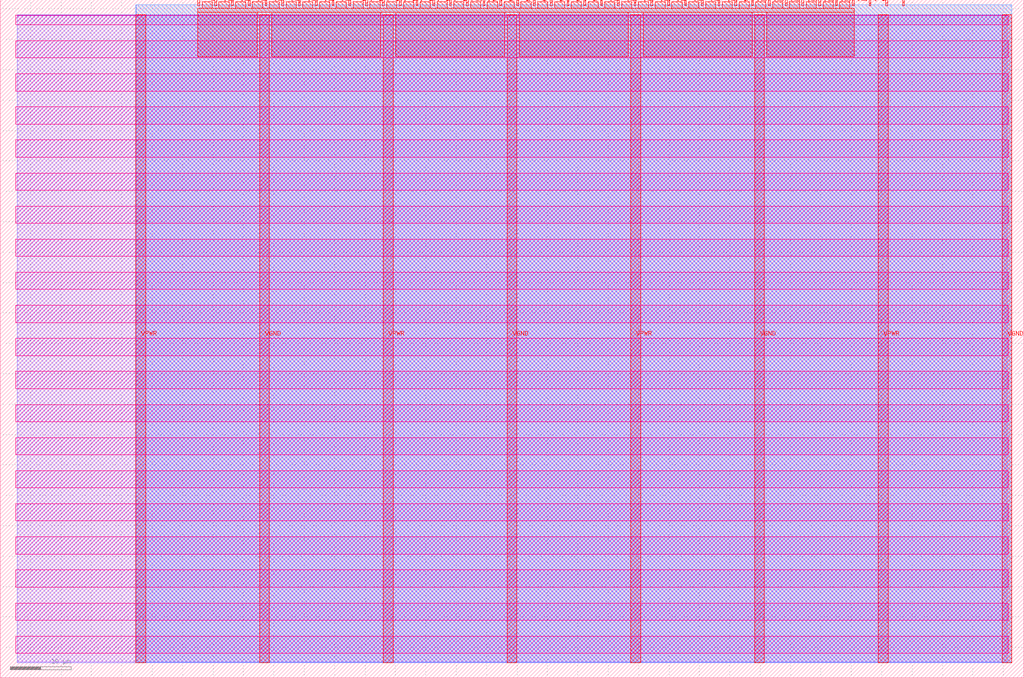
<source format=lef>
VERSION 5.7 ;
  NOWIREEXTENSIONATPIN ON ;
  DIVIDERCHAR "/" ;
  BUSBITCHARS "[]" ;
MACRO tt_um_alu_chip
  CLASS BLOCK ;
  FOREIGN tt_um_alu_chip ;
  ORIGIN 0.000 0.000 ;
  SIZE 168.360 BY 111.520 ;
  PIN VGND
    DIRECTION INOUT ;
    USE GROUND ;
    PORT
      LAYER met4 ;
        RECT 42.670 2.480 44.270 109.040 ;
    END
    PORT
      LAYER met4 ;
        RECT 83.380 2.480 84.980 109.040 ;
    END
    PORT
      LAYER met4 ;
        RECT 124.090 2.480 125.690 109.040 ;
    END
    PORT
      LAYER met4 ;
        RECT 164.800 2.480 166.400 109.040 ;
    END
  END VGND
  PIN VPWR
    DIRECTION INOUT ;
    USE POWER ;
    PORT
      LAYER met4 ;
        RECT 22.315 2.480 23.915 109.040 ;
    END
    PORT
      LAYER met4 ;
        RECT 63.025 2.480 64.625 109.040 ;
    END
    PORT
      LAYER met4 ;
        RECT 103.735 2.480 105.335 109.040 ;
    END
    PORT
      LAYER met4 ;
        RECT 144.445 2.480 146.045 109.040 ;
    END
  END VPWR
  PIN clk
    DIRECTION INPUT ;
    USE SIGNAL ;
    PORT
      LAYER met4 ;
        RECT 145.670 110.520 145.970 111.520 ;
    END
  END clk
  PIN ena
    DIRECTION INPUT ;
    USE SIGNAL ;
    PORT
      LAYER met4 ;
        RECT 148.430 110.520 148.730 111.520 ;
    END
  END ena
  PIN rst_n
    DIRECTION INPUT ;
    USE SIGNAL ;
    PORT
      LAYER met4 ;
        RECT 142.910 110.520 143.210 111.520 ;
    END
  END rst_n
  PIN ui_in[0]
    DIRECTION INPUT ;
    USE SIGNAL ;
    ANTENNAGATEAREA 0.159000 ;
    PORT
      LAYER met4 ;
        RECT 140.150 110.520 140.450 111.520 ;
    END
  END ui_in[0]
  PIN ui_in[1]
    DIRECTION INPUT ;
    USE SIGNAL ;
    ANTENNAGATEAREA 0.213000 ;
    PORT
      LAYER met4 ;
        RECT 137.390 110.520 137.690 111.520 ;
    END
  END ui_in[1]
  PIN ui_in[2]
    DIRECTION INPUT ;
    USE SIGNAL ;
    ANTENNAGATEAREA 0.213000 ;
    PORT
      LAYER met4 ;
        RECT 134.630 110.520 134.930 111.520 ;
    END
  END ui_in[2]
  PIN ui_in[3]
    DIRECTION INPUT ;
    USE SIGNAL ;
    ANTENNAGATEAREA 0.196500 ;
    PORT
      LAYER met4 ;
        RECT 131.870 110.520 132.170 111.520 ;
    END
  END ui_in[3]
  PIN ui_in[4]
    DIRECTION INPUT ;
    USE SIGNAL ;
    ANTENNAGATEAREA 0.213000 ;
    PORT
      LAYER met4 ;
        RECT 129.110 110.520 129.410 111.520 ;
    END
  END ui_in[4]
  PIN ui_in[5]
    DIRECTION INPUT ;
    USE SIGNAL ;
    ANTENNAGATEAREA 0.213000 ;
    PORT
      LAYER met4 ;
        RECT 126.350 110.520 126.650 111.520 ;
    END
  END ui_in[5]
  PIN ui_in[6]
    DIRECTION INPUT ;
    USE SIGNAL ;
    ANTENNAGATEAREA 0.213000 ;
    PORT
      LAYER met4 ;
        RECT 123.590 110.520 123.890 111.520 ;
    END
  END ui_in[6]
  PIN ui_in[7]
    DIRECTION INPUT ;
    USE SIGNAL ;
    ANTENNAGATEAREA 0.213000 ;
    PORT
      LAYER met4 ;
        RECT 120.830 110.520 121.130 111.520 ;
    END
  END ui_in[7]
  PIN uio_in[0]
    DIRECTION INPUT ;
    USE SIGNAL ;
    ANTENNAGATEAREA 0.196500 ;
    PORT
      LAYER met4 ;
        RECT 118.070 110.520 118.370 111.520 ;
    END
  END uio_in[0]
  PIN uio_in[1]
    DIRECTION INPUT ;
    USE SIGNAL ;
    ANTENNAGATEAREA 0.126000 ;
    PORT
      LAYER met4 ;
        RECT 115.310 110.520 115.610 111.520 ;
    END
  END uio_in[1]
  PIN uio_in[2]
    DIRECTION INPUT ;
    USE SIGNAL ;
    ANTENNAGATEAREA 0.196500 ;
    PORT
      LAYER met4 ;
        RECT 112.550 110.520 112.850 111.520 ;
    END
  END uio_in[2]
  PIN uio_in[3]
    DIRECTION INPUT ;
    USE SIGNAL ;
    ANTENNAGATEAREA 0.196500 ;
    PORT
      LAYER met4 ;
        RECT 109.790 110.520 110.090 111.520 ;
    END
  END uio_in[3]
  PIN uio_in[4]
    DIRECTION INPUT ;
    USE SIGNAL ;
    PORT
      LAYER met4 ;
        RECT 107.030 110.520 107.330 111.520 ;
    END
  END uio_in[4]
  PIN uio_in[5]
    DIRECTION INPUT ;
    USE SIGNAL ;
    PORT
      LAYER met4 ;
        RECT 104.270 110.520 104.570 111.520 ;
    END
  END uio_in[5]
  PIN uio_in[6]
    DIRECTION INPUT ;
    USE SIGNAL ;
    PORT
      LAYER met4 ;
        RECT 101.510 110.520 101.810 111.520 ;
    END
  END uio_in[6]
  PIN uio_in[7]
    DIRECTION INPUT ;
    USE SIGNAL ;
    PORT
      LAYER met4 ;
        RECT 98.750 110.520 99.050 111.520 ;
    END
  END uio_in[7]
  PIN uio_oe[0]
    DIRECTION OUTPUT TRISTATE ;
    USE SIGNAL ;
    PORT
      LAYER met4 ;
        RECT 51.830 110.520 52.130 111.520 ;
    END
  END uio_oe[0]
  PIN uio_oe[1]
    DIRECTION OUTPUT TRISTATE ;
    USE SIGNAL ;
    PORT
      LAYER met4 ;
        RECT 49.070 110.520 49.370 111.520 ;
    END
  END uio_oe[1]
  PIN uio_oe[2]
    DIRECTION OUTPUT TRISTATE ;
    USE SIGNAL ;
    PORT
      LAYER met4 ;
        RECT 46.310 110.520 46.610 111.520 ;
    END
  END uio_oe[2]
  PIN uio_oe[3]
    DIRECTION OUTPUT TRISTATE ;
    USE SIGNAL ;
    PORT
      LAYER met4 ;
        RECT 43.550 110.520 43.850 111.520 ;
    END
  END uio_oe[3]
  PIN uio_oe[4]
    DIRECTION OUTPUT TRISTATE ;
    USE SIGNAL ;
    PORT
      LAYER met4 ;
        RECT 40.790 110.520 41.090 111.520 ;
    END
  END uio_oe[4]
  PIN uio_oe[5]
    DIRECTION OUTPUT TRISTATE ;
    USE SIGNAL ;
    PORT
      LAYER met4 ;
        RECT 38.030 110.520 38.330 111.520 ;
    END
  END uio_oe[5]
  PIN uio_oe[6]
    DIRECTION OUTPUT TRISTATE ;
    USE SIGNAL ;
    PORT
      LAYER met4 ;
        RECT 35.270 110.520 35.570 111.520 ;
    END
  END uio_oe[6]
  PIN uio_oe[7]
    DIRECTION OUTPUT TRISTATE ;
    USE SIGNAL ;
    PORT
      LAYER met4 ;
        RECT 32.510 110.520 32.810 111.520 ;
    END
  END uio_oe[7]
  PIN uio_out[0]
    DIRECTION OUTPUT TRISTATE ;
    USE SIGNAL ;
    PORT
      LAYER met4 ;
        RECT 73.910 110.520 74.210 111.520 ;
    END
  END uio_out[0]
  PIN uio_out[1]
    DIRECTION OUTPUT TRISTATE ;
    USE SIGNAL ;
    PORT
      LAYER met4 ;
        RECT 71.150 110.520 71.450 111.520 ;
    END
  END uio_out[1]
  PIN uio_out[2]
    DIRECTION OUTPUT TRISTATE ;
    USE SIGNAL ;
    PORT
      LAYER met4 ;
        RECT 68.390 110.520 68.690 111.520 ;
    END
  END uio_out[2]
  PIN uio_out[3]
    DIRECTION OUTPUT TRISTATE ;
    USE SIGNAL ;
    PORT
      LAYER met4 ;
        RECT 65.630 110.520 65.930 111.520 ;
    END
  END uio_out[3]
  PIN uio_out[4]
    DIRECTION OUTPUT TRISTATE ;
    USE SIGNAL ;
    ANTENNAGATEAREA 0.373500 ;
    ANTENNADIFFAREA 1.075200 ;
    PORT
      LAYER met4 ;
        RECT 62.870 110.520 63.170 111.520 ;
    END
  END uio_out[4]
  PIN uio_out[5]
    DIRECTION OUTPUT TRISTATE ;
    USE SIGNAL ;
    ANTENNAGATEAREA 0.495000 ;
    ANTENNADIFFAREA 1.075200 ;
    PORT
      LAYER met4 ;
        RECT 60.110 110.520 60.410 111.520 ;
    END
  END uio_out[5]
  PIN uio_out[6]
    DIRECTION OUTPUT TRISTATE ;
    USE SIGNAL ;
    ANTENNAGATEAREA 1.858500 ;
    ANTENNADIFFAREA 0.891000 ;
    PORT
      LAYER met4 ;
        RECT 57.350 110.520 57.650 111.520 ;
    END
  END uio_out[6]
  PIN uio_out[7]
    DIRECTION OUTPUT TRISTATE ;
    USE SIGNAL ;
    ANTENNADIFFAREA 0.445500 ;
    PORT
      LAYER met4 ;
        RECT 54.590 110.520 54.890 111.520 ;
    END
  END uio_out[7]
  PIN uo_out[0]
    DIRECTION OUTPUT TRISTATE ;
    USE SIGNAL ;
    ANTENNADIFFAREA 0.795200 ;
    PORT
      LAYER met4 ;
        RECT 95.990 110.520 96.290 111.520 ;
    END
  END uo_out[0]
  PIN uo_out[1]
    DIRECTION OUTPUT TRISTATE ;
    USE SIGNAL ;
    ANTENNADIFFAREA 0.462000 ;
    PORT
      LAYER met4 ;
        RECT 93.230 110.520 93.530 111.520 ;
    END
  END uo_out[1]
  PIN uo_out[2]
    DIRECTION OUTPUT TRISTATE ;
    USE SIGNAL ;
    ANTENNADIFFAREA 0.462000 ;
    PORT
      LAYER met4 ;
        RECT 90.470 110.520 90.770 111.520 ;
    END
  END uo_out[2]
  PIN uo_out[3]
    DIRECTION OUTPUT TRISTATE ;
    USE SIGNAL ;
    ANTENNADIFFAREA 0.891000 ;
    PORT
      LAYER met4 ;
        RECT 87.710 110.520 88.010 111.520 ;
    END
  END uo_out[3]
  PIN uo_out[4]
    DIRECTION OUTPUT TRISTATE ;
    USE SIGNAL ;
    ANTENNADIFFAREA 0.911000 ;
    PORT
      LAYER met4 ;
        RECT 84.950 110.520 85.250 111.520 ;
    END
  END uo_out[4]
  PIN uo_out[5]
    DIRECTION OUTPUT TRISTATE ;
    USE SIGNAL ;
    ANTENNADIFFAREA 0.445500 ;
    PORT
      LAYER met4 ;
        RECT 82.190 110.520 82.490 111.520 ;
    END
  END uo_out[5]
  PIN uo_out[6]
    DIRECTION OUTPUT TRISTATE ;
    USE SIGNAL ;
    ANTENNADIFFAREA 0.795200 ;
    PORT
      LAYER met4 ;
        RECT 79.430 110.520 79.730 111.520 ;
    END
  END uo_out[6]
  PIN uo_out[7]
    DIRECTION OUTPUT TRISTATE ;
    USE SIGNAL ;
    PORT
      LAYER met4 ;
        RECT 76.670 110.520 76.970 111.520 ;
    END
  END uo_out[7]
  OBS
      LAYER nwell ;
        RECT 2.570 107.385 165.790 108.990 ;
        RECT 2.570 101.945 165.790 104.775 ;
        RECT 2.570 96.505 165.790 99.335 ;
        RECT 2.570 91.065 165.790 93.895 ;
        RECT 2.570 85.625 165.790 88.455 ;
        RECT 2.570 80.185 165.790 83.015 ;
        RECT 2.570 74.745 165.790 77.575 ;
        RECT 2.570 69.305 165.790 72.135 ;
        RECT 2.570 63.865 165.790 66.695 ;
        RECT 2.570 58.425 165.790 61.255 ;
        RECT 2.570 52.985 165.790 55.815 ;
        RECT 2.570 47.545 165.790 50.375 ;
        RECT 2.570 42.105 165.790 44.935 ;
        RECT 2.570 36.665 165.790 39.495 ;
        RECT 2.570 31.225 165.790 34.055 ;
        RECT 2.570 25.785 165.790 28.615 ;
        RECT 2.570 20.345 165.790 23.175 ;
        RECT 2.570 14.905 165.790 17.735 ;
        RECT 2.570 9.465 165.790 12.295 ;
        RECT 2.570 4.025 165.790 6.855 ;
      LAYER li1 ;
        RECT 2.760 2.635 165.600 108.885 ;
      LAYER met1 ;
        RECT 2.760 2.480 166.400 109.040 ;
      LAYER met2 ;
        RECT 22.345 2.535 166.370 110.685 ;
      LAYER met3 ;
        RECT 22.325 2.555 166.390 110.665 ;
      LAYER met4 ;
        RECT 33.210 110.120 34.870 111.170 ;
        RECT 35.970 110.120 37.630 111.170 ;
        RECT 38.730 110.120 40.390 111.170 ;
        RECT 41.490 110.120 43.150 111.170 ;
        RECT 44.250 110.120 45.910 111.170 ;
        RECT 47.010 110.120 48.670 111.170 ;
        RECT 49.770 110.120 51.430 111.170 ;
        RECT 52.530 110.120 54.190 111.170 ;
        RECT 55.290 110.120 56.950 111.170 ;
        RECT 58.050 110.120 59.710 111.170 ;
        RECT 60.810 110.120 62.470 111.170 ;
        RECT 63.570 110.120 65.230 111.170 ;
        RECT 66.330 110.120 67.990 111.170 ;
        RECT 69.090 110.120 70.750 111.170 ;
        RECT 71.850 110.120 73.510 111.170 ;
        RECT 74.610 110.120 76.270 111.170 ;
        RECT 77.370 110.120 79.030 111.170 ;
        RECT 80.130 110.120 81.790 111.170 ;
        RECT 82.890 110.120 84.550 111.170 ;
        RECT 85.650 110.120 87.310 111.170 ;
        RECT 88.410 110.120 90.070 111.170 ;
        RECT 91.170 110.120 92.830 111.170 ;
        RECT 93.930 110.120 95.590 111.170 ;
        RECT 96.690 110.120 98.350 111.170 ;
        RECT 99.450 110.120 101.110 111.170 ;
        RECT 102.210 110.120 103.870 111.170 ;
        RECT 104.970 110.120 106.630 111.170 ;
        RECT 107.730 110.120 109.390 111.170 ;
        RECT 110.490 110.120 112.150 111.170 ;
        RECT 113.250 110.120 114.910 111.170 ;
        RECT 116.010 110.120 117.670 111.170 ;
        RECT 118.770 110.120 120.430 111.170 ;
        RECT 121.530 110.120 123.190 111.170 ;
        RECT 124.290 110.120 125.950 111.170 ;
        RECT 127.050 110.120 128.710 111.170 ;
        RECT 129.810 110.120 131.470 111.170 ;
        RECT 132.570 110.120 134.230 111.170 ;
        RECT 135.330 110.120 136.990 111.170 ;
        RECT 138.090 110.120 139.750 111.170 ;
        RECT 32.495 109.440 140.465 110.120 ;
        RECT 32.495 102.175 42.270 109.440 ;
        RECT 44.670 102.175 62.625 109.440 ;
        RECT 65.025 102.175 82.980 109.440 ;
        RECT 85.380 102.175 103.335 109.440 ;
        RECT 105.735 102.175 123.690 109.440 ;
        RECT 126.090 102.175 140.465 109.440 ;
  END
END tt_um_alu_chip
END LIBRARY


</source>
